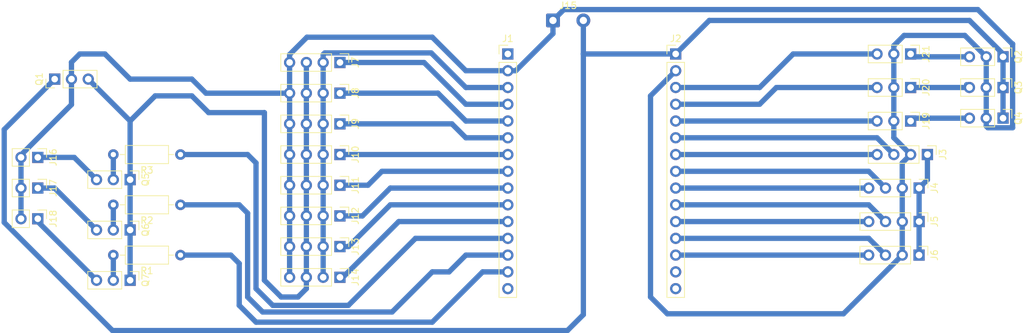
<source format=kicad_pcb>
(kicad_pcb (version 20221018) (generator pcbnew)
  (layers (0 "F.Cu" signal) (31 "B.Cu" signal) (34 "B.Paste" user) (35 "F.Paste" user) (36 "B.SilkS" user "B.Silkscreen") (37 "F.SilkS" user "F.Silkscreen") (38 "B.Mask" user) (39 "F.Mask" user) (44 "Edge.Cuts" user))
  (net 0 "")
  (net 2 "Net-(J1-Pin_2)")
  (net 3 "Net-(J1-Pin_3)")
  (net 4 "Net-(J1-Pin_4)")
  (net 5 "Net-(J1-Pin_5)")
  (net 6 "Net-(J1-Pin_6)")
  (net 7 "Net-(J1-Pin_7)")
  (net 8 "Net-(J1-Pin_8)")
  (net 9 "Net-(J1-Pin_9)")
  (net 10 "Net-(J1-Pin_10)")
  (net 11 "Net-(J1-Pin_11)")
  (net 12 "Net-(J1-Pin_12)")
  (net 13 "Net-(J1-Pin_13)")
  (net 14 "Net-(J1-Pin_14)")
  (net 16 "Net-(J15-Pin_2)")
  (net 17 "Net-(J2-Pin_3)")
  (net 18 "Net-(J2-Pin_4)")
  (net 19 "Net-(J19-Pin_3)")
  (net 20 "Net-(J2-Pin_6)")
  (net 21 "Net-(J2-Pin_7)")
  (net 22 "Net-(J2-Pin_8)")
  (net 23 "Net-(J2-Pin_9)")
  (net 24 "Net-(J2-Pin_10)")
  (net 25 "Net-(J2-Pin_11)")
  (net 26 "Net-(J2-Pin_12)")
  (net 27 "Net-(J2-Pin_13)")
  (net 30 "Net-(J3-Pin_1)")
  (net 31 "Net-(J16-Pin_1)")
  (net 32 "Net-(J17-Pin_1)")
  (net 33 "Net-(J18-Pin_1)")
  (net 34 "Net-(Q5-B)")
  (net 35 "Net-(Q6-B)")
  (net 36 "Net-(Q7-B)")
  (net 37 "Net-(J10-Pin_3)")
  (net 38 "Net-(J21-Pin_1)")
  (net 39 "Net-(J19-Pin_1)")
  (net 40 "Net-(J20-Pin_1)")
  (footprint "Connector_PinHeader_2.54mm:PinHeader_1x04_P2.54mm_Vertical" (layer "F.Cu") (at 88.9 95.23 -90)
    (fp_text reference "J13" (at 0 -2.33 90) (layer "F.SilkS"))
    (fp_text value "Ultra 7")
    (fp_line (start -1.33 -1.33) (end 0 -1.33) (stroke (width 0.12)) (layer "F.SilkS"))
    (fp_line (start -1.33 0) (end -1.33 -1.33) (stroke (width 0.12)) (layer "F.SilkS"))
    (fp_line (start -1.33 1.27) (end -1.33 8.95) (stroke (width 0.12)) (layer "F.SilkS"))
    (fp_line (start -1.33 1.27) (end 1.33 1.27) (stroke (width 0.12)) (layer "F.SilkS"))
    (fp_line (start -1.33 8.95) (end 1.33 8.95) (stroke (width 0.12)) (layer "F.SilkS"))
    (fp_line (start 1.33 1.27) (end 1.33 8.95) (stroke (width 0.12)) (layer "F.SilkS"))
    (pad "1" thru_hole rect (at 0 0 270) (size 1.7 1.7) (drill 1) (layers "*.Cu" "*.Mask") (net 10 "Net-(J1-Pin_10)"))
    (pad "2" thru_hole oval (at 0 2.54 270) (size 1.7 1.7) (drill 1) (layers "*.Cu" "*.Mask") (net 3 "Net-(J1-Pin_3)"))
    (pad "3" thru_hole oval (at 0 5.08 270) (size 1.7 1.7) (drill 1) (layers "*.Cu" "*.Mask") (net 37 "Net-(J10-Pin_3)"))
    (pad "4" thru_hole oval (at 0 7.62 270) (size 1.7 1.7) (drill 1) (layers "*.Cu" "*.Mask") (net 2 "Net-(J1-Pin_2)"))
  )
  (footprint "Connector_PinHeader_2.54mm:PinHeader_1x03_P2.54mm_Vertical" (layer "F.Cu") (at 175.245 71.12 -90)
    (fp_text reference "J20" (at 0 -2.33 90) (layer "F.SilkS"))
    (fp_text value "Servo 2")
    (fp_line (start -1.33 -1.33) (end 0 -1.33) (stroke (width 0.12)) (layer "F.SilkS"))
    (fp_line (start -1.33 0) (end -1.33 -1.33) (stroke (width 0.12)) (layer "F.SilkS"))
    (fp_line (start -1.33 1.27) (end -1.33 6.41) (stroke (width 0.12)) (layer "F.SilkS"))
    (fp_line (start -1.33 1.27) (end 1.33 1.27) (stroke (width 0.12)) (layer "F.SilkS"))
    (fp_line (start -1.33 6.41) (end 1.33 6.41) (stroke (width 0.12)) (layer "F.SilkS"))
    (fp_line (start 1.33 1.27) (end 1.33 6.41) (stroke (width 0.12)) (layer "F.SilkS"))
    (pad "1" thru_hole rect (at 0 0 270) (size 1.7 1.7) (drill 1) (layers "*.Cu" "*.Mask") (net 40 "Net-(J20-Pin_1)"))
    (pad "2" thru_hole oval (at 0 2.54 270) (size 1.7 1.7) (drill 1) (layers "*.Cu" "*.Mask") (net 2 "Net-(J1-Pin_2)"))
    (pad "3" thru_hole oval (at 0 5.08 270) (size 1.7 1.7) (drill 1) (layers "*.Cu" "*.Mask") (net 18 "Net-(J2-Pin_4)"))
  )
  (footprint "Connector_PinHeader_2.54mm:PinHeader_1x03_P2.54mm_Vertical" (layer "F.Cu") (at 57.15 85.09 -90)
    (fp_text reference "Q5" (at 0 -2.33 90) (layer "F.SilkS"))
    (fp_text value "Q_PNP_CBE")
    (fp_line (start -1.33 -1.33) (end 0 -1.33) (stroke (width 0.12)) (layer "F.SilkS"))
    (fp_line (start -1.33 0) (end -1.33 -1.33) (stroke (width 0.12)) (layer "F.SilkS"))
    (fp_line (start -1.33 1.27) (end -1.33 6.41) (stroke (width 0.12)) (layer "F.SilkS"))
    (fp_line (start -1.33 1.27) (end 1.33 1.27) (stroke (width 0.12)) (layer "F.SilkS"))
    (fp_line (start -1.33 6.41) (end 1.33 6.41) (stroke (width 0.12)) (layer "F.SilkS"))
    (fp_line (start 1.33 1.27) (end 1.33 6.41) (stroke (width 0.12)) (layer "F.SilkS"))
    (pad "1" thru_hole rect (at 0 0 270) (size 1.7 1.7) (drill 1) (layers "*.Cu" "*.Mask") (net 37 "Net-(J10-Pin_3)"))
    (pad "2" thru_hole oval (at 0 2.54 270) (size 1.7 1.7) (drill 1) (layers "*.Cu" "*.Mask") (net 34 "Net-(Q5-B)"))
    (pad "3" thru_hole oval (at 0 5.08 270) (size 1.7 1.7) (drill 1) (layers "*.Cu" "*.Mask") (net 31 "Net-(J16-Pin_1)"))
  )
  (footprint "Connector_PinHeader_2.54mm:PinHeader_1x03_P2.54mm_Vertical" (layer "F.Cu") (at 189.23 66.47 -90)
    (fp_text reference "Q2" (at 0 -2.33 90) (layer "F.SilkS"))
    (fp_text value "Q_PNP_CBE")
    (fp_line (start -1.33 -1.33) (end 0 -1.33) (stroke (width 0.12)) (layer "F.SilkS"))
    (fp_line (start -1.33 0) (end -1.33 -1.33) (stroke (width 0.12)) (layer "F.SilkS"))
    (fp_line (start -1.33 1.27) (end -1.33 6.41) (stroke (width 0.12)) (layer "F.SilkS"))
    (fp_line (start -1.33 1.27) (end 1.33 1.27) (stroke (width 0.12)) (layer "F.SilkS"))
    (fp_line (start -1.33 6.41) (end 1.33 6.41) (stroke (width 0.12)) (layer "F.SilkS"))
    (fp_line (start 1.33 1.27) (end 1.33 6.41) (stroke (width 0.12)) (layer "F.SilkS"))
    (pad "1" thru_hole rect (at 0 0 270) (size 1.7 1.7) (drill 1) (layers "*.Cu" "*.Mask") (net 16 "Net-(J15-Pin_2)"))
    (pad "2" thru_hole oval (at 0 2.54 270) (size 1.7 1.7) (drill 1) (layers "*.Cu" "*.Mask") (net 2 "Net-(J1-Pin_2)"))
    (pad "3" thru_hole oval (at 0 5.08 270) (size 1.7 1.7) (drill 1) (layers "*.Cu" "*.Mask") (net 38 "Net-(J21-Pin_1)"))
  )
  (footprint "Connector_PinHeader_2.54mm:PinHeader_1x02_P2.54mm_Vertical" (layer "F.Cu") (at 43.18 81.71 -90)
    (fp_text reference "J16" (at 0 -2.33 90) (layer "F.SilkS"))
    (fp_text value "LED1 Out")
    (fp_line (start -1.33 -1.33) (end 0 -1.33) (stroke (width 0.12)) (layer "F.SilkS"))
    (fp_line (start -1.33 0) (end -1.33 -1.33) (stroke (width 0.12)) (layer "F.SilkS"))
    (fp_line (start -1.33 1.27) (end -1.33 3.87) (stroke (width 0.12)) (layer "F.SilkS"))
    (fp_line (start -1.33 1.27) (end 1.33 1.27) (stroke (width 0.12)) (layer "F.SilkS"))
    (fp_line (start -1.33 3.87) (end 1.33 3.87) (stroke (width 0.12)) (layer "F.SilkS"))
    (fp_line (start 1.33 1.27) (end 1.33 3.87) (stroke (width 0.12)) (layer "F.SilkS"))
    (pad "1" thru_hole rect (at 0 0 270) (size 1.7 1.7) (drill 1) (layers "*.Cu" "*.Mask") (net 31 "Net-(J16-Pin_1)"))
    (pad "2" thru_hole oval (at 0 2.54 270) (size 1.7 1.7) (drill 1) (layers "*.Cu" "*.Mask") (net 2 "Net-(J1-Pin_2)"))
  )
  (footprint "Connector_Wire:SolderWire-0.5sqmm_1x02_P4.6mm_D0.9mm_OD2.1mm" (layer "F.Cu") (at 121.13 60.96)
    (fp_text reference "J15" (at 2.3 -2.25) (layer "F.SilkS"))
    (fp_text value "Battery")
    (pad "1" thru_hole roundrect (at 0 0) (size 2.1 2.1) (drill 1.1) (layers "*.Cu" "*.Mask") (roundrect_rratio 0.119048) (net 2 "Net-(J1-Pin_2)"))
    (pad "2" thru_hole circle (at 4.6 0) (size 2.1 2.1) (drill 1.1) (layers "*.Cu" "*.Mask") (net 16 "Net-(J15-Pin_2)"))
  )
  (footprint "Connector_PinHeader_2.54mm:PinHeader_1x15_P2.54mm_Vertical" (layer "F.Cu") (at 139.7 66.04)
    (fp_text reference "J2" (at 0 -2.33) (layer "F.SilkS"))
    (fp_text value "ESP 32 R")
    (fp_line (start -1.33 -1.33) (end 0 -1.33) (stroke (width 0.12)) (layer "F.SilkS"))
    (fp_line (start -1.33 0) (end -1.33 -1.33) (stroke (width 0.12)) (layer "F.SilkS"))
    (fp_line (start -1.33 1.27) (end -1.33 36.89) (stroke (width 0.12)) (layer "F.SilkS"))
    (fp_line (start -1.33 1.27) (end 1.33 1.27) (stroke (width 0.12)) (layer "F.SilkS"))
    (fp_line (start -1.33 36.89) (end 1.33 36.89) (stroke (width 0.12)) (layer "F.SilkS"))
    (fp_line (start 1.33 1.27) (end 1.33 36.89) (stroke (width 0.12)) (layer "F.SilkS"))
    (pad "1" thru_hole rect (at 0 0) (size 1.7 1.7) (drill 1) (layers "*.Cu" "*.Mask") (net 16 "Net-(J15-Pin_2)"))
    (pad "2" thru_hole oval (at 0 2.54) (size 1.7 1.7) (drill 1) (layers "*.Cu" "*.Mask") (net 2 "Net-(J1-Pin_2)"))
    (pad "3" thru_hole oval (at 0 5.08) (size 1.7 1.7) (drill 1) (layers "*.Cu" "*.Mask") (net 17 "Net-(J2-Pin_3)"))
    (pad "4" thru_hole oval (at 0 7.62) (size 1.7 1.7) (drill 1) (layers "*.Cu" "*.Mask") (net 18 "Net-(J2-Pin_4)"))
    (pad "5" thru_hole oval (at 0 10.16) (size 1.7 1.7) (drill 1) (layers "*.Cu" "*.Mask") (net 19 "Net-(J19-Pin_3)"))
    (pad "6" thru_hole oval (at 0 12.7) (size 1.7 1.7) (drill 1) (layers "*.Cu" "*.Mask") (net 20 "Net-(J2-Pin_6)"))
    (pad "7" thru_hole oval (at 0 15.24) (size 1.7 1.7) (drill 1) (layers "*.Cu" "*.Mask") (net 21 "Net-(J2-Pin_7)"))
    (pad "8" thru_hole oval (at 0 17.78) (size 1.7 1.7) (drill 1) (layers "*.Cu" "*.Mask") (net 22 "Net-(J2-Pin_8)"))
    (pad "9" thru_hole oval (at 0 20.32) (size 1.7 1.7) (drill 1) (layers "*.Cu" "*.Mask") (net 23 "Net-(J2-Pin_9)"))
    (pad "10" thru_hole oval (at 0 22.86) (size 1.7 1.7) (drill 1) (layers "*.Cu" "*.Mask") (net 24 "Net-(J2-Pin_10)"))
    (pad "11" thru_hole oval (at 0 25.4) (size 1.7 1.7) (drill 1) (layers "*.Cu" "*.Mask") (net 25 "Net-(J2-Pin_11)"))
    (pad "12" thru_hole oval (at 0 27.94) (size 1.7 1.7) (drill 1) (layers "*.Cu" "*.Mask") (net 26 "Net-(J2-Pin_12)"))
    (pad "13" thru_hole oval (at 0 30.48) (size 1.7 1.7) (drill 1) (layers "*.Cu" "*.Mask") (net 27 "Net-(J2-Pin_13)"))
    (pad "14" thru_hole oval (at 0 33.02) (size 1.7 1.7) (drill 1) (layers "*.Cu" "*.Mask"))
    (pad "15" thru_hole oval (at 0 35.56) (size 1.7 1.7) (drill 1) (layers "*.Cu" "*.Mask"))
  )
  (footprint "Resistor_THT:R_Axial_DIN0207_L6.3mm_D2.5mm_P10.16mm_Horizontal" (layer "F.Cu") (at 64.77 96.52 180)
    (fp_text reference "R1" (at 5.08 -2.37) (layer "F.SilkS"))
    (fp_text value "R")
    (fp_line (start 1.04 0) (end 1.81 0) (stroke (width 0.12)) (layer "F.SilkS"))
    (fp_line (start 1.81 -1.37) (end 1.81 1.37) (stroke (width 0.12)) (layer "F.SilkS"))
    (fp_line (start 1.81 1.37) (end 8.35 1.37) (stroke (width 0.12)) (layer "F.SilkS"))
    (fp_line (start 8.35 -1.37) (end 1.81 -1.37) (stroke (width 0.12)) (layer "F.SilkS"))
    (fp_line (start 8.35 1.37) (end 8.35 -1.37) (stroke (width 0.12)) (layer "F.SilkS"))
    (fp_line (start 9.12 0) (end 8.35 0) (stroke (width 0.12)) (layer "F.SilkS"))
    (pad "1" thru_hole circle (at 0 0 180) (size 1.6 1.6) (drill 0.8) (layers "*.Cu" "*.Mask") (net 14 "Net-(J1-Pin_14)"))
    (pad "2" thru_hole oval (at 10.16 0 180) (size 1.6 1.6) (drill 0.8) (layers "*.Cu" "*.Mask") (net 36 "Net-(Q7-B)"))
  )
  (footprint "Connector_PinHeader_2.54mm:PinHeader_1x04_P2.54mm_Vertical" (layer "F.Cu") (at 88.9 85.93 -90)
    (fp_text reference "J11" (at 0 -2.33 90) (layer "F.SilkS"))
    (fp_text value "Ultra 5")
    (fp_line (start -1.33 -1.33) (end 0 -1.33) (stroke (width 0.12)) (layer "F.SilkS"))
    (fp_line (start -1.33 0) (end -1.33 -1.33) (stroke (width 0.12)) (layer "F.SilkS"))
    (fp_line (start -1.33 1.27) (end -1.33 8.95) (stroke (width 0.12)) (layer "F.SilkS"))
    (fp_line (start -1.33 1.27) (end 1.33 1.27) (stroke (width 0.12)) (layer "F.SilkS"))
    (fp_line (start -1.33 8.95) (end 1.33 8.95) (stroke (width 0.12)) (layer "F.SilkS"))
    (fp_line (start 1.33 1.27) (end 1.33 8.95) (stroke (width 0.12)) (layer "F.SilkS"))
    (pad "1" thru_hole rect (at 0 0 270) (size 1.7 1.7) (drill 1) (layers "*.Cu" "*.Mask") (net 8 "Net-(J1-Pin_8)"))
    (pad "2" thru_hole oval (at 0 2.54 270) (size 1.7 1.7) (drill 1) (layers "*.Cu" "*.Mask") (net 3 "Net-(J1-Pin_3)"))
    (pad "3" thru_hole oval (at 0 5.08 270) (size 1.7 1.7) (drill 1) (layers "*.Cu" "*.Mask") (net 37 "Net-(J10-Pin_3)"))
    (pad "4" thru_hole oval (at 0 7.62 270) (size 1.7 1.7) (drill 1) (layers "*.Cu" "*.Mask") (net 2 "Net-(J1-Pin_2)"))
  )
  (footprint "Connector_PinHeader_2.54mm:PinHeader_1x02_P2.54mm_Vertical" (layer "F.Cu") (at 43.18 86.36 -90)
    (fp_text reference "J17" (at 0 -2.33 90) (layer "F.SilkS"))
    (fp_text value "LED3 Out")
    (fp_line (start -1.33 -1.33) (end 0 -1.33) (stroke (width 0.12)) (layer "F.SilkS"))
    (fp_line (start -1.33 0) (end -1.33 -1.33) (stroke (width 0.12)) (layer "F.SilkS"))
    (fp_line (start -1.33 1.27) (end -1.33 3.87) (stroke (width 0.12)) (layer "F.SilkS"))
    (fp_line (start -1.33 1.27) (end 1.33 1.27) (stroke (width 0.12)) (layer "F.SilkS"))
    (fp_line (start -1.33 3.87) (end 1.33 3.87) (stroke (width 0.12)) (layer "F.SilkS"))
    (fp_line (start 1.33 1.27) (end 1.33 3.87) (stroke (width 0.12)) (layer "F.SilkS"))
    (pad "1" thru_hole rect (at 0 0 270) (size 1.7 1.7) (drill 1) (layers "*.Cu" "*.Mask") (net 32 "Net-(J17-Pin_1)"))
    (pad "2" thru_hole oval (at 0 2.54 270) (size 1.7 1.7) (drill 1) (layers "*.Cu" "*.Mask") (net 2 "Net-(J1-Pin_2)"))
  )
  (footprint "Connector_PinHeader_2.54mm:PinHeader_1x03_P2.54mm_Vertical" (layer "F.Cu") (at 189.23 75.77 -90)
    (fp_text reference "Q4" (at 0 -2.33 90) (layer "F.SilkS"))
    (fp_text value "Q_PNP_CBE")
    (fp_line (start -1.33 -1.33) (end 0 -1.33) (stroke (width 0.12)) (layer "F.SilkS"))
    (fp_line (start -1.33 0) (end -1.33 -1.33) (stroke (width 0.12)) (layer "F.SilkS"))
    (fp_line (start -1.33 1.27) (end -1.33 6.41) (stroke (width 0.12)) (layer "F.SilkS"))
    (fp_line (start -1.33 1.27) (end 1.33 1.27) (stroke (width 0.12)) (layer "F.SilkS"))
    (fp_line (start -1.33 6.41) (end 1.33 6.41) (stroke (width 0.12)) (layer "F.SilkS"))
    (fp_line (start 1.33 1.27) (end 1.33 6.41) (stroke (width 0.12)) (layer "F.SilkS"))
    (pad "1" thru_hole rect (at 0 0 270) (size 1.7 1.7) (drill 1) (layers "*.Cu" "*.Mask") (net 16 "Net-(J15-Pin_2)"))
    (pad "2" thru_hole oval (at 0 2.54 270) (size 1.7 1.7) (drill 1) (layers "*.Cu" "*.Mask") (net 2 "Net-(J1-Pin_2)"))
    (pad "3" thru_hole oval (at 0 5.08 270) (size 1.7 1.7) (drill 1) (layers "*.Cu" "*.Mask") (net 39 "Net-(J19-Pin_1)"))
  )
  (footprint "Connector_PinHeader_2.54mm:PinHeader_1x04_P2.54mm_Vertical" (layer "F.Cu") (at 176.52 96.52 -90)
    (fp_text reference "J6" (at 0 -2.33 90) (layer "F.SilkS"))
    (fp_text value "Motor 4")
    (fp_line (start -1.33 -1.33) (end 0 -1.33) (stroke (width 0.12)) (layer "F.SilkS"))
    (fp_line (start -1.33 0) (end -1.33 -1.33) (stroke (width 0.12)) (layer "F.SilkS"))
    (fp_line (start -1.33 1.27) (end -1.33 8.95) (stroke (width 0.12)) (layer "F.SilkS"))
    (fp_line (start -1.33 1.27) (end 1.33 1.27) (stroke (width 0.12)) (layer "F.SilkS"))
    (fp_line (start -1.33 8.95) (end 1.33 8.95) (stroke (width 0.12)) (layer "F.SilkS"))
    (fp_line (start 1.33 1.27) (end 1.33 8.95) (stroke (width 0.12)) (layer "F.SilkS"))
    (pad "1" thru_hole rect (at 0 0 270) (size 1.7 1.7) (drill 1) (layers "*.Cu" "*.Mask") (net 30 "Net-(J3-Pin_1)"))
    (pad "2" thru_hole oval (at 0 2.54 270) (size 1.7 1.7) (drill 1) (layers "*.Cu" "*.Mask") (net 2 "Net-(J1-Pin_2)"))
    (pad "3" thru_hole oval (at 0 5.08 270) (size 1.7 1.7) (drill 1) (layers "*.Cu" "*.Mask") (net 26 "Net-(J2-Pin_12)"))
    (pad "4" thru_hole oval (at 0 7.62 270) (size 1.7 1.7) (drill 1) (layers "*.Cu" "*.Mask") (net 27 "Net-(J2-Pin_13)"))
  )
  (footprint "Connector_PinHeader_2.54mm:PinHeader_1x04_P2.54mm_Vertical" (layer "F.Cu") (at 88.9 99.88 -90)
    (fp_text reference "J14" (at 0 -2.33 90) (layer "F.SilkS"))
    (fp_text value "Ultra 8")
    (fp_line (start -1.33 -1.33) (end 0 -1.33) (stroke (width 0.12)) (layer "F.SilkS"))
    (fp_line (start -1.33 0) (end -1.33 -1.33) (stroke (width 0.12)) (layer "F.SilkS"))
    (fp_line (start -1.33 1.27) (end -1.33 8.95) (stroke (width 0.12)) (layer "F.SilkS"))
    (fp_line (start -1.33 1.27) (end 1.33 1.27) (stroke (width 0.12)) (layer "F.SilkS"))
    (fp_line (start -1.33 8.95) (end 1.33 8.95) (stroke (width 0.12)) (layer "F.SilkS"))
    (fp_line (start 1.33 1.27) (end 1.33 8.95) (stroke (width 0.12)) (layer "F.SilkS"))
    (pad "1" thru_hole rect (at 0 0 270) (size 1.7 1.7) (drill 1) (layers "*.Cu" "*.Mask") (net 11 "Net-(J1-Pin_11)"))
    (pad "2" thru_hole oval (at 0 2.54 270) (size 1.7 1.7) (drill 1) (layers "*.Cu" "*.Mask") (net 3 "Net-(J1-Pin_3)"))
    (pad "3" thru_hole oval (at 0 5.08 270) (size 1.7 1.7) (drill 1) (layers "*.Cu" "*.Mask") (net 37 "Net-(J10-Pin_3)"))
    (pad "4" thru_hole oval (at 0 7.62 270) (size 1.7 1.7) (drill 1) (layers "*.Cu" "*.Mask") (net 2 "Net-(J1-Pin_2)"))
  )
  (footprint "Connector_PinHeader_2.54mm:PinHeader_1x03_P2.54mm_Vertical" (layer "F.Cu") (at 189.23 71.12 -90)
    (fp_text reference "Q3" (at 0 -2.33 90) (layer "F.SilkS"))
    (fp_text value "Q_PNP_CBE")
    (fp_line (start -1.33 -1.33) (end 0 -1.33) (stroke (width 0.12)) (layer "F.SilkS"))
    (fp_line (start -1.33 0) (end -1.33 -1.33) (stroke (width 0.12)) (layer "F.SilkS"))
    (fp_line (start -1.33 1.27) (end -1.33 6.41) (stroke (width 0.12)) (layer "F.SilkS"))
    (fp_line (start -1.33 1.27) (end 1.33 1.27) (stroke (width 0.12)) (layer "F.SilkS"))
    (fp_line (start -1.33 6.41) (end 1.33 6.41) (stroke (width 0.12)) (layer "F.SilkS"))
    (fp_line (start 1.33 1.27) (end 1.33 6.41) (stroke (width 0.12)) (layer "F.SilkS"))
    (pad "1" thru_hole rect (at 0 0 270) (size 1.7 1.7) (drill 1) (layers "*.Cu" "*.Mask") (net 16 "Net-(J15-Pin_2)"))
    (pad "2" thru_hole oval (at 0 2.54 270) (size 1.7 1.7) (drill 1) (layers "*.Cu" "*.Mask") (net 2 "Net-(J1-Pin_2)"))
    (pad "3" thru_hole oval (at 0 5.08 270) (size 1.7 1.7) (drill 1) (layers "*.Cu" "*.Mask") (net 40 "Net-(J20-Pin_1)"))
  )
  (footprint "Connector_PinHeader_2.54mm:PinHeader_1x03_P2.54mm_Vertical" (layer "F.Cu") (at 175.245 76.2 -90)
    (fp_text reference "J19" (at 0 -2.33 90) (layer "F.SilkS"))
    (fp_text value "Servo 3")
    (fp_line (start -1.33 -1.33) (end 0 -1.33) (stroke (width 0.12)) (layer "F.SilkS"))
    (fp_line (start -1.33 0) (end -1.33 -1.33) (stroke (width 0.12)) (layer "F.SilkS"))
    (fp_line (start -1.33 1.27) (end -1.33 6.41) (stroke (width 0.12)) (layer "F.SilkS"))
    (fp_line (start -1.33 1.27) (end 1.33 1.27) (stroke (width 0.12)) (layer "F.SilkS"))
    (fp_line (start -1.33 6.41) (end 1.33 6.41) (stroke (width 0.12)) (layer "F.SilkS"))
    (fp_line (start 1.33 1.27) (end 1.33 6.41) (stroke (width 0.12)) (layer "F.SilkS"))
    (pad "1" thru_hole rect (at 0 0 270) (size 1.7 1.7) (drill 1) (layers "*.Cu" "*.Mask") (net 39 "Net-(J19-Pin_1)"))
    (pad "2" thru_hole oval (at 0 2.54 270) (size 1.7 1.7) (drill 1) (layers "*.Cu" "*.Mask") (net 2 "Net-(J1-Pin_2)"))
    (pad "3" thru_hole oval (at 0 5.08 270) (size 1.7 1.7) (drill 1) (layers "*.Cu" "*.Mask") (net 19 "Net-(J19-Pin_3)"))
  )
  (footprint "Connector_PinHeader_2.54mm:PinHeader_1x04_P2.54mm_Vertical" (layer "F.Cu") (at 176.53 91.44 -90)
    (fp_text reference "J5" (at 0 -2.33 90) (layer "F.SilkS"))
    (fp_text value "Motor 3")
    (fp_line (start -1.33 -1.33) (end 0 -1.33) (stroke (width 0.12)) (layer "F.SilkS"))
    (fp_line (start -1.33 0) (end -1.33 -1.33) (stroke (width 0.12)) (layer "F.SilkS"))
    (fp_line (start -1.33 1.27) (end -1.33 8.95) (stroke (width 0.12)) (layer "F.SilkS"))
    (fp_line (start -1.33 1.27) (end 1.33 1.27) (stroke (width 0.12)) (layer "F.SilkS"))
    (fp_line (start -1.33 8.95) (end 1.33 8.95) (stroke (width 0.12)) (layer "F.SilkS"))
    (fp_line (start 1.33 1.27) (end 1.33 8.95) (stroke (width 0.12)) (layer "F.SilkS"))
    (pad "1" thru_hole rect (at 0 0 270) (size 1.7 1.7) (drill 1) (layers "*.Cu" "*.Mask") (net 30 "Net-(J3-Pin_1)"))
    (pad "2" thru_hole oval (at 0 2.54 270) (size 1.7 1.7) (drill 1) (layers "*.Cu" "*.Mask") (net 2 "Net-(J1-Pin_2)"))
    (pad "3" thru_hole oval (at 0 5.08 270) (size 1.7 1.7) (drill 1) (layers "*.Cu" "*.Mask") (net 24 "Net-(J2-Pin_10)"))
    (pad "4" thru_hole oval (at 0 7.62 270) (size 1.7 1.7) (drill 1) (layers "*.Cu" "*.Mask") (net 25 "Net-(J2-Pin_11)"))
  )
  (footprint "Connector_PinHeader_2.54mm:PinHeader_1x04_P2.54mm_Vertical" (layer "F.Cu") (at 88.9 81.28 -90)
    (fp_text reference "J10" (at 0 -2.33 90) (layer "F.SilkS"))
    (fp_text value "Ultra 4")
    (fp_line (start -1.33 -1.33) (end 0 -1.33) (stroke (width 0.12)) (layer "F.SilkS"))
    (fp_line (start -1.33 0) (end -1.33 -1.33) (stroke (width 0.12)) (layer "F.SilkS"))
    (fp_line (start -1.33 1.27) (end -1.33 8.95) (stroke (width 0.12)) (layer "F.SilkS"))
    (fp_line (start -1.33 1.27) (end 1.33 1.27) (stroke (width 0.12)) (layer "F.SilkS"))
    (fp_line (start -1.33 8.95) (end 1.33 8.95) (stroke (width 0.12)) (layer "F.SilkS"))
    (fp_line (start 1.33 1.27) (end 1.33 8.95) (stroke (width 0.12)) (layer "F.SilkS"))
    (pad "1" thru_hole rect (at 0 0 270) (size 1.7 1.7) (drill 1) (layers "*.Cu" "*.Mask") (net 7 "Net-(J1-Pin_7)"))
    (pad "2" thru_hole oval (at 0 2.54 270) (size 1.7 1.7) (drill 1) (layers "*.Cu" "*.Mask") (net 3 "Net-(J1-Pin_3)"))
    (pad "3" thru_hole oval (at 0 5.08 270) (size 1.7 1.7) (drill 1) (layers "*.Cu" "*.Mask") (net 37 "Net-(J10-Pin_3)"))
    (pad "4" thru_hole oval (at 0 7.62 270) (size 1.7 1.7) (drill 1) (layers "*.Cu" "*.Mask") (net 2 "Net-(J1-Pin_2)"))
  )
  (footprint "Resistor_THT:R_Axial_DIN0207_L6.3mm_D2.5mm_P10.16mm_Horizontal" (layer "F.Cu") (at 64.77 81.28 180)
    (fp_text reference "R3" (at 5.08 -2.37) (layer "F.SilkS"))
    (fp_text value "R")
    (fp_line (start 1.04 0) (end 1.81 0) (stroke (width 0.12)) (layer "F.SilkS"))
    (fp_line (start 1.81 -1.37) (end 1.81 1.37) (stroke (width 0.12)) (layer "F.SilkS"))
    (fp_line (start 1.81 1.37) (end 8.35 1.37) (stroke (width 0.12)) (layer "F.SilkS"))
    (fp_line (start 8.35 -1.37) (end 1.81 -1.37) (stroke (width 0.12)) (layer "F.SilkS"))
    (fp_line (start 8.35 1.37) (end 8.35 -1.37) (stroke (width 0.12)) (layer "F.SilkS"))
    (fp_line (start 9.12 0) (end 8.35 0) (stroke (width 0.12)) (layer "F.SilkS"))
    (pad "1" thru_hole circle (at 0 0 180) (size 1.6 1.6) (drill 0.8) (layers "*.Cu" "*.Mask") (net 12 "Net-(J1-Pin_12)"))
    (pad "2" thru_hole oval (at 10.16 0 180) (size 1.6 1.6) (drill 0.8) (layers "*.Cu" "*.Mask") (net 34 "Net-(Q5-B)"))
  )
  (footprint "Connector_PinHeader_2.54mm:PinHeader_1x04_P2.54mm_Vertical" (layer "F.Cu") (at 176.53 86.36 -90)
    (fp_text reference "J4" (at 0 -2.33 90) (layer "F.SilkS"))
    (fp_text value "Motor 2")
    (fp_line (start -1.33 -1.33) (end 0 -1.33) (stroke (width 0.12)) (layer "F.SilkS"))
    (fp_line (start -1.33 0) (end -1.33 -1.33) (stroke (width 0.12)) (layer "F.SilkS"))
    (fp_line (start -1.33 1.27) (end -1.33 8.95) (stroke (width 0.12)) (layer "F.SilkS"))
    (fp_line (start -1.33 1.27) (end 1.33 1.27) (stroke (width 0.12)) (layer "F.SilkS"))
    (fp_line (start -1.33 8.95) (end 1.33 8.95) (stroke (width 0.12)) (layer "F.SilkS"))
    (fp_line (start 1.33 1.27) (end 1.33 8.95) (stroke (width 0.12)) (layer "F.SilkS"))
    (pad "1" thru_hole rect (at 0 0 270) (size 1.7 1.7) (drill 1) (layers "*.Cu" "*.Mask") (net 30 "Net-(J3-Pin_1)"))
    (pad "2" thru_hole oval (at 0 2.54 270) (size 1.7 1.7) (drill 1) (layers "*.Cu" "*.Mask") (net 2 "Net-(J1-Pin_2)"))
    (pad "3" thru_hole oval (at 0 5.08 270) (size 1.7 1.7) (drill 1) (layers "*.Cu" "*.Mask") (net 22 "Net-(J2-Pin_8)"))
    (pad "4" thru_hole oval (at 0 7.62 270) (size 1.7 1.7) (drill 1) (layers "*.Cu" "*.Mask") (net 23 "Net-(J2-Pin_9)"))
  )
  (footprint "Resistor_THT:R_Axial_DIN0207_L6.3mm_D2.5mm_P10.16mm_Horizontal" (layer "F.Cu") (at 64.77 88.9 180)
    (fp_text reference "R2" (at 5.08 -2.37) (layer "F.SilkS"))
    (fp_text value "R")
    (fp_line (start 1.04 0) (end 1.81 0) (stroke (width 0.12)) (layer "F.SilkS"))
    (fp_line (start 1.81 -1.37) (end 1.81 1.37) (stroke (width 0.12)) (layer "F.SilkS"))
    (fp_line (start 1.81 1.37) (end 8.35 1.37) (stroke (width 0.12)) (layer "F.SilkS"))
    (fp_line (start 8.35 -1.37) (end 1.81 -1.37) (stroke (width 0.12)) (layer "F.SilkS"))
    (fp_line (start 8.35 1.37) (end 8.35 -1.37) (stroke (width 0.12)) (layer "F.SilkS"))
    (fp_line (start 9.12 0) (end 8.35 0) (stroke (width 0.12)) (layer "F.SilkS"))
    (pad "1" thru_hole circle (at 0 0 180) (size 1.6 1.6) (drill 0.8) (layers "*.Cu" "*.Mask") (net 13 "Net-(J1-Pin_13)"))
    (pad "2" thru_hole oval (at 10.16 0 180) (size 1.6 1.6) (drill 0.8) (layers "*.Cu" "*.Mask") (net 35 "Net-(Q6-B)"))
  )
  (footprint "Connector_PinHeader_2.54mm:PinHeader_1x02_P2.54mm_Vertical" (layer "F.Cu") (at 43.18 91.01 -90)
    (fp_text reference "J18" (at 0 -2.33 90) (layer "F.SilkS"))
    (fp_text value "LED3 Out")
    (fp_line (start -1.33 -1.33) (end 0 -1.33) (stroke (width 0.12)) (layer "F.SilkS"))
    (fp_line (start -1.33 0) (end -1.33 -1.33) (stroke (width 0.12)) (layer "F.SilkS"))
    (fp_line (start -1.33 1.27) (end -1.33 3.87) (stroke (width 0.12)) (layer "F.SilkS"))
    (fp_line (start -1.33 1.27) (end 1.33 1.27) (stroke (width 0.12)) (layer "F.SilkS"))
    (fp_line (start -1.33 3.87) (end 1.33 3.87) (stroke (width 0.12)) (layer "F.SilkS"))
    (fp_line (start 1.33 1.27) (end 1.33 3.87) (stroke (width 0.12)) (layer "F.SilkS"))
    (pad "1" thru_hole rect (at 0 0 270) (size 1.7 1.7) (drill 1) (layers "*.Cu" "*.Mask") (net 33 "Net-(J18-Pin_1)"))
    (pad "2" thru_hole oval (at 0 2.54 270) (size 1.7 1.7) (drill 1) (layers "*.Cu" "*.Mask") (net 2 "Net-(J1-Pin_2)"))
  )
  (footprint "Connector_PinHeader_2.54mm:PinHeader_1x04_P2.54mm_Vertical" (layer "F.Cu") (at 177.79 81.28 -90)
    (fp_text reference "J3" (at 0 -2.33 90) (layer "F.SilkS"))
    (fp_text value "Motor 1")
    (fp_line (start -1.33 -1.33) (end 0 -1.33) (stroke (width 0.12)) (layer "F.SilkS"))
    (fp_line (start -1.33 0) (end -1.33 -1.33) (stroke (width 0.12)) (layer "F.SilkS"))
    (fp_line (start -1.33 1.27) (end -1.33 8.95) (stroke (width 0.12)) (layer "F.SilkS"))
    (fp_line (start -1.33 1.27) (end 1.33 1.27) (stroke (width 0.12)) (layer "F.SilkS"))
    (fp_line (start -1.33 8.95) (end 1.33 8.95) (stroke (width 0.12)) (layer "F.SilkS"))
    (fp_line (start 1.33 1.27) (end 1.33 8.95) (stroke (width 0.12)) (layer "F.SilkS"))
    (pad "1" thru_hole rect (at 0 0 270) (size 1.7 1.7) (drill 1) (layers "*.Cu" "*.Mask") (net 30 "Net-(J3-Pin_1)"))
    (pad "2" thru_hole oval (at 0 2.54 270) (size 1.7 1.7) (drill 1) (layers "*.Cu" "*.Mask") (net 2 "Net-(J1-Pin_2)"))
    (pad "3" thru_hole oval (at 0 5.08 270) (size 1.7 1.7) (drill 1) (layers "*.Cu" "*.Mask") (net 20 "Net-(J2-Pin_6)"))
    (pad "4" thru_hole oval (at 0 7.62 270) (size 1.7 1.7) (drill 1) (layers "*.Cu" "*.Mask") (net 21 "Net-(J2-Pin_7)"))
  )
  (footprint "Connector_PinHeader_2.54mm:PinHeader_1x03_P2.54mm_Vertical" (layer "F.Cu") (at 45.735 69.85 90)
    (fp_text reference "Q1" (at 0 -2.33 90) (layer "F.SilkS"))
    (fp_text value "Q_PNP_CBE")
    (fp_line (start -1.33 -1.33) (end 0 -1.33) (stroke (width 0.12)) (layer "F.SilkS"))
    (fp_line (start -1.33 0) (end -1.33 -1.33) (stroke (width 0.12)) (layer "F.SilkS"))
    (fp_line (start -1.33 1.27) (end -1.33 6.41) (stroke (width 0.12)) (layer "F.SilkS"))
    (fp_line (start -1.33 1.27) (end 1.33 1.27) (stroke (width 0.12)) (layer "F.SilkS"))
    (fp_line (start -1.33 6.41) (end 1.33 6.41) (stroke (width 0.12)) (layer "F.SilkS"))
    (fp_line (start 1.33 1.27) (end 1.33 6.41) (stroke (width 0.12)) (layer "F.SilkS"))
    (pad "1" thru_hole rect (at 0 0 90) (size 1.7 1.7) (drill 1) (layers "*.Cu" "*.Mask") (net 16 "Net-(J15-Pin_2)"))
    (pad "2" thru_hole oval (at 0 2.54 90) (size 1.7 1.7) (drill 1) (layers "*.Cu" "*.Mask") (net 2 "Net-(J1-Pin_2)"))
    (pad "3" thru_hole oval (at 0 5.08 90) (size 1.7 1.7) (drill 1) (layers "*.Cu" "*.Mask") (net 37 "Net-(J10-Pin_3)"))
  )
  (footprint "Connector_PinHeader_2.54mm:PinHeader_1x04_P2.54mm_Vertical" (layer "F.Cu") (at 88.9 76.63 -90)
    (fp_text reference "J9" (at 0 -2.33 90) (layer "F.SilkS"))
    (fp_text value "Ultra 3")
    (fp_line (start -1.33 -1.33) (end 0 -1.33) (stroke (width 0.12)) (layer "F.SilkS"))
    (fp_line (start -1.33 0) (end -1.33 -1.33) (stroke (width 0.12)) (layer "F.SilkS"))
    (fp_line (start -1.33 1.27) (end -1.33 8.95) (stroke (width 0.12)) (layer "F.SilkS"))
    (fp_line (start -1.33 1.27) (end 1.33 1.27) (stroke (width 0.12)) (layer "F.SilkS"))
    (fp_line (start -1.33 8.95) (end 1.33 8.95) (stroke (width 0.12)) (layer "F.SilkS"))
    (fp_line (start 1.33 1.27) (end 1.33 8.95) (stroke (width 0.12)) (layer "F.SilkS"))
    (pad "1" thru_hole rect (at 0 0 270) (size 1.7 1.7) (drill 1) (layers "*.Cu" "*.Mask") (net 6 "Net-(J1-Pin_6)"))
    (pad "2" thru_hole oval (at 0 2.54 270) (size 1.7 1.7) (drill 1) (layers "*.Cu" "*.Mask") (net 3 "Net-(J1-Pin_3)"))
    (pad "3" thru_hole oval (at 0 5.08 270) (size 1.7 1.7) (drill 1) (layers "*.Cu" "*.Mask") (net 37 "Net-(J10-Pin_3)"))
    (pad "4" thru_hole oval (at 0 7.62 270) (size 1.7 1.7) (drill 1) (layers "*.Cu" "*.Mask") (net 2 "Net-(J1-Pin_2)"))
  )
  (footprint "Connector_PinHeader_2.54mm:PinHeader_1x04_P2.54mm_Vertical" (layer "F.Cu") (at 88.9 90.58 -90)
    (fp_text reference "J12" (at 0 -2.33 90) (layer "F.SilkS"))
    (fp_text value "Ultra 6")
    (fp_line (start -1.33 -1.33) (end 0 -1.33) (stroke (width 0.12)) (layer "F.SilkS"))
    (fp_line (start -1.33 0) (end -1.33 -1.33) (stroke (width 0.12)) (layer "F.SilkS"))
    (fp_line (start -1.33 1.27) (end -1.33 8.95) (stroke (width 0.12)) (layer "F.SilkS"))
    (fp_line (start -1.33 1.27) (end 1.33 1.27) (stroke (width 0.12)) (layer "F.SilkS"))
    (fp_line (start -1.33 8.95) (end 1.33 8.95) (stroke (width 0.12)) (layer "F.SilkS"))
    (fp_line (start 1.33 1.27) (end 1.33 8.95) (stroke (width 0.12)) (layer "F.SilkS"))
    (pad "1" thru_hole rect (at 0 0 270) (size 1.7 1.7) (drill 1) (layers "*.Cu" "*.Mask") (net 9 "Net-(J1-Pin_9)"))
    (pad "2" thru_hole oval (at 0 2.54 270) (size 1.7 1.7) (drill 1) (layers "*.Cu" "*.Mask") (net 3 "Net-(J1-Pin_3)"))
    (pad "3" thru_hole oval (at 0 5.08 270) (size 1.7 1.7) (drill 1) (layers "*.Cu" "*.Mask") (net 37 "Net-(J10-Pin_3)"))
    (pad "4" thru_hole oval (at 0 7.62 270) (size 1.7 1.7) (drill 1) (layers "*.Cu" "*.Mask") (net 2 "Net-(J1-Pin_2)"))
  )
  (footprint "Connector_PinHeader_2.54mm:PinHeader_1x15_P2.54mm_Vertical" (layer "F.Cu") (at 114.3 66.04)
    (fp_text reference "J1" (at 0 -2.33) (layer "F.SilkS"))
    (fp_text value "ESP 32 L")
    (fp_line (start -1.33 -1.33) (end 0 -1.33) (stroke (width 0.12)) (layer "F.SilkS"))
    (fp_line (start -1.33 0) (end -1.33 -1.33) (stroke (width 0.12)) (layer "F.SilkS"))
    (fp_line (start -1.33 1.27) (end -1.33 36.89) (stroke (width 0.12)) (layer "F.SilkS"))
    (fp_line (start -1.33 1.27) (end 1.33 1.27) (stroke (width 0.12)) (layer "F.SilkS"))
    (fp_line (start -1.33 36.89) (end 1.33 36.89) (stroke (width 0.12)) (layer "F.SilkS"))
    (fp_line (start 1.33 1.27) (end 1.33 36.89) (stroke (width 0.12)) (layer "F.SilkS"))
    (pad "1" thru_hole rect (at 0 0) (size 1.7 1.7) (drill 1) (layers "*.Cu" "*.Mask"))
    (pad "2" thru_hole oval (at 0 2.54) (size 1.7 1.7) (drill 1) (layers "*.Cu" "*.Mask") (net 2 "Net-(J1-Pin_2)"))
    (pad "3" thru_hole oval (at 0 5.08) (size 1.7 1.7) (drill 1) (layers "*.Cu" "*.Mask") (net 3 "Net-(J1-Pin_3)"))
    (pad "4" thru_hole oval (at 0 7.62) (size 1.7 1.7) (drill 1) (layers "*.Cu" "*.Mask") (net 4 "Net-(J1-Pin_4)"))
    (pad "5" thru_hole oval (at 0 10.16) (size 1.7 1.7) (drill 1) (layers "*.Cu" "*.Mask") (net 5 "Net-(J1-Pin_5)"))
    (pad "6" thru_hole oval (at 0 12.7) (size 1.7 1.7) (drill 1) (layers "*.Cu" "*.Mask") (net 6 "Net-(J1-Pin_6)"))
    (pad "7" thru_hole oval (at 0 15.24) (size 1.7 1.7) (drill 1) (layers "*.Cu" "*.Mask") (net 7 "Net-(J1-Pin_7)"))
    (pad "8" thru_hole oval (at 0 17.78) (size 1.7 1.7) (drill 1) (layers "*.Cu" "*.Mask") (net 8 "Net-(J1-Pin_8)"))
    (pad "9" thru_hole oval (at 0 20.32) (size 1.7 1.7) (drill 1) (layers "*.Cu" "*.Mask") (net 9 "Net-(J1-Pin_9)"))
    (pad "10" thru_hole oval (at 0 22.86) (size 1.7 1.7) (drill 1) (layers "*.Cu" "*.Mask") (net 10 "Net-(J1-Pin_10)"))
    (pad "11" thru_hole oval (at 0 25.4) (size 1.7 1.7) (drill 1) (layers "*.Cu" "*.Mask") (net 11 "Net-(J1-Pin_11)"))
    (pad "12" thru_hole oval (at 0 27.94) (size 1.7 1.7) (drill 1) (layers "*.Cu" "*.Mask") (net 12 "Net-(J1-Pin_12)"))
    (pad "13" thru_hole oval (at 0 30.48) (size 1.7 1.7) (drill 1) (layers "*.Cu" "*.Mask") (net 13 "Net-(J1-Pin_13)"))
    (pad "14" thru_hole oval (at 0 33.02) (size 1.7 1.7) (drill 1) (layers "*.Cu" "*.Mask") (net 14 "Net-(J1-Pin_14)"))
    (pad "15" thru_hole oval (at 0 35.56) (size 1.7 1.7) (drill 1) (layers "*.Cu" "*.Mask"))
  )
  (footprint "Connector_PinHeader_2.54mm:PinHeader_1x04_P2.54mm_Vertical" (layer "F.Cu") (at 88.9 71.98 -90)
    (fp_text reference "J8" (at 0 -2.33 90) (layer "F.SilkS"))
    (fp_text value "Ultra 2")
    (fp_line (start -1.33 -1.33) (end 0 -1.33) (stroke (width 0.12)) (layer "F.SilkS"))
    (fp_line (start -1.33 0) (end -1.33 -1.33) (stroke (width 0.12)) (layer "F.SilkS"))
    (fp_line (start -1.33 1.27) (end -1.33 8.95) (stroke (width 0.12)) (layer "F.SilkS"))
    (fp_line (start -1.33 1.27) (end 1.33 1.27) (stroke (width 0.12)) (layer "F.SilkS"))
    (fp_line (start -1.33 8.95) (end 1.33 8.95) (stroke (width 0.12)) (layer "F.SilkS"))
    (fp_line (start 1.33 1.27) (end 1.33 8.95) (stroke (width 0.12)) (layer "F.SilkS"))
    (pad "1" thru_hole rect (at 0 0 270) (size 1.7 1.7) (drill 1) (layers "*.Cu" "*.Mask") (net 5 "Net-(J1-Pin_5)"))
    (pad "2" thru_hole oval (at 0 2.54 270) (size 1.7 1.7) (drill 1) (layers "*.Cu" "*.Mask") (net 3 "Net-(J1-Pin_3)"))
    (pad "3" thru_hole oval (at 0 5.08 270) (size 1.7 1.7) (drill 1) (layers "*.Cu" "*.Mask") (net 37 "Net-(J10-Pin_3)"))
    (pad "4" thru_hole oval (at 0 7.62 270) (size 1.7 1.7) (drill 1) (layers "*.Cu" "*.Mask") (net 2 "Net-(J1-Pin_2)"))
  )
  (footprint "Connector_PinHeader_2.54mm:PinHeader_1x04_P2.54mm_Vertical" (layer "F.Cu") (at 88.9 67.33 -90)
    (fp_text reference "J7" (at 0 -2.33 90) (layer "F.SilkS"))
    (fp_text value "Ultra 1")
    (fp_line (start -1.33 -1.33) (end 0 -1.33) (stroke (width 0.12)) (layer "F.SilkS"))
    (fp_line (start -1.33 0) (end -1.33 -1.33) (stroke (width 0.12)) (layer "F.SilkS"))
    (fp_line (start -1.33 1.27) (end -1.33 8.95) (stroke (width 0.12)) (layer "F.SilkS"))
    (fp_line (start -1.33 1.27) (end 1.33 1.27) (stroke (width 0.12)) (layer "F.SilkS"))
    (fp_line (start -1.33 8.95) (end 1.33 8.95) (stroke (width 0.12)) (layer "F.SilkS"))
    (fp_line (start 1.33 1.27) (end 1.33 8.95) (stroke (width 0.12)) (layer "F.SilkS"))
    (pad "1" thru_hole rect (at 0 0 270) (size 1.7 1.7) (drill 1) (layers "*.Cu" "*.Mask") (net 4 "Net-(J1-Pin_4)"))
    (pad "2" thru_hole oval (at 0 2.54 270) (size 1.7 1.7) (drill 1) (layers "*.Cu" "*.Mask") (net 3 "Net-(J1-Pin_3)"))
    (pad "3" thru_hole oval (at 0 5.08 270) (size 1.7 1.7) (drill 1) (layers "*.Cu" "*.Mask") (net 37 "Net-(J10-Pin_3)"))
    (pad "4" thru_hole oval (at 0 7.62 270) (size 1.7 1.7) (drill 1) (layers "*.Cu" "*.Mask") (net 2 "Net-(J1-Pin_2)"))
  )
  (footprint "Connector_PinHeader_2.54mm:PinHeader_1x03_P2.54mm_Vertical" (layer "F.Cu") (at 57.15 92.71 -90)
    (fp_text reference "Q6" (at 0 -2.33 90) (layer "F.SilkS"))
    (fp_text value "Q_PNP_CBE")
    (fp_line (start -1.33 -1.33) (end 0 -1.33) (stroke (width 0.12)) (layer "F.SilkS"))
    (fp_line (start -1.33 0) (end -1.33 -1.33) (stroke (width 0.12)) (layer "F.SilkS"))
    (fp_line (start -1.33 1.27) (end -1.33 6.41) (stroke (width 0.12)) (layer "F.SilkS"))
    (fp_line (start -1.33 1.27) (end 1.33 1.27) (stroke (width 0.12)) (layer "F.SilkS"))
    (fp_line (start -1.33 6.41) (end 1.33 6.41) (stroke (width 0.12)) (layer "F.SilkS"))
    (fp_line (start 1.33 1.27) (end 1.33 6.41) (stroke (width 0.12)) (layer "F.SilkS"))
    (pad "1" thru_hole rect (at 0 0 270) (size 1.7 1.7) (drill 1) (layers "*.Cu" "*.Mask") (net 37 "Net-(J10-Pin_3)"))
    (pad "2" thru_hole oval (at 0 2.54 270) (size 1.7 1.7) (drill 1) (layers "*.Cu" "*.Mask") (net 35 "Net-(Q6-B)"))
    (pad "3" thru_hole oval (at 0 5.08 270) (size 1.7 1.7) (drill 1) (layers "*.Cu" "*.Mask") (net 32 "Net-(J17-Pin_1)"))
  )
  (footprint "Connector_PinHeader_2.54mm:PinHeader_1x03_P2.54mm_Vertical" (layer "F.Cu") (at 175.245 66.04 -90)
    (fp_text reference "J21" (at 0 -2.33 90) (layer "F.SilkS"))
    (fp_text value "Servo 1")
    (fp_line (start -1.33 -1.33) (end 0 -1.33) (stroke (width 0.12)) (layer "F.SilkS"))
    (fp_line (start -1.33 0) (end -1.33 -1.33) (stroke (width 0.12)) (layer "F.SilkS"))
    (fp_line (start -1.33 1.27) (end -1.33 6.41) (stroke (width 0.12)) (layer "F.SilkS"))
    (fp_line (start -1.33 1.27) (end 1.33 1.27) (stroke (width 0.12)) (layer "F.SilkS"))
    (fp_line (start -1.33 6.41) (end 1.33 6.41) (stroke (width 0.12)) (layer "F.SilkS"))
    (fp_line (start 1.33 1.27) (end 1.33 6.41) (stroke (width 0.12)) (layer "F.SilkS"))
    (pad "1" thru_hole rect (at 0 0 270) (size 1.7 1.7) (drill 1) (layers "*.Cu" "*.Mask") (net 38 "Net-(J21-Pin_1)"))
    (pad "2" thru_hole oval (at 0 2.54 270) (size 1.7 1.7) (drill 1) (layers "*.Cu" "*.Mask") (net 2 "Net-(J1-Pin_2)"))
    (pad "3" thru_hole oval (at 0 5.08 270) (size 1.7 1.7) (drill 1) (layers "*.Cu" "*.Mask") (net 17 "Net-(J2-Pin_3)"))
  )
  (footprint "Connector_PinHeader_2.54mm:PinHeader_1x03_P2.54mm_Vertical" (layer "F.Cu") (at 57.15 100.33 -90)
    (fp_text reference "Q7" (at 0 -2.33 90) (layer "F.SilkS"))
    (fp_text value "Q_PNP_CBE")
    (fp_line (start -1.33 -1.33) (end 0 -1.33) (stroke (width 0.12)) (layer "F.SilkS"))
    (fp_line (start -1.33 0) (end -1.33 -1.33) (stroke (width 0.12)) (layer "F.SilkS"))
    (fp_line (start -1.33 1.27) (end -1.33 6.41) (stroke (width 0.12)) (layer "F.SilkS"))
    (fp_line (start -1.33 1.27) (end 1.33 1.27) (stroke (width 0.12)) (layer "F.SilkS"))
    (fp_line (start -1.33 6.41) (end 1.33 6.41) (stroke (width 0.12)) (layer "F.SilkS"))
    (fp_line (start 1.33 1.27) (end 1.33 6.41) (stroke (width 0.12)) (layer "F.SilkS"))
    (pad "1" thru_hole rect (at 0 0 270) (size 1.7 1.7) (drill 1) (layers "*.Cu" "*.Mask") (net 37 "Net-(J10-Pin_3)"))
    (pad "2" thru_hole oval (at 0 2.54 270) (size 1.7 1.7) (drill 1) (layers "*.Cu" "*.Mask") (net 36 "Net-(Q7-B)"))
    (pad "3" thru_hole oval (at 0 5.08 270) (size 1.7 1.7) (drill 1) (layers "*.Cu" "*.Mask") (net 33 "Net-(J18-Pin_1)"))
  )
  (segment (start 183.45 63.23) (end 174.26 63.23) (width 0.8) (layer "B.Cu") (net 2))
  (segment (start 102.87 63.5) (end 83.907919 63.5) (width 0.8) (layer "B.Cu") (net 2))
  (segment (start 122.78 59.31) (end 121.13 60.96) (width 0.8) (layer "B.Cu") (net 2))
  (segment (start 81.28 66.127919) (end 81.28 67.33) (width 0.8) (layer "B.Cu") (net 2))
  (segment (start 172.705 66.04) (end 172.705 76.2) (width 0.8) (layer "B.Cu") (net 2))
  (segment (start 186.937919 77.22) (end 190.68 77.22) (width 0.8) (layer "B.Cu") (net 2))
  (segment (start 66.49 69.85) (end 57.15 69.85) (width 0.8) (layer "B.Cu") (net 2))
  (segment (start 165.09 105.41) (end 166.365 104.135) (width 0.8) (layer "B.Cu") (net 2))
  (segment (start 121.13 62.952081) (end 115.502081 68.58) (width 0.8) (layer "B.Cu") (net 2))
  (segment (start 48.275 73.715) (end 40.64 81.35) (width 0.8) (layer "B.Cu") (net 2))
  (segment (start 53.34 66.04) (end 49.53 66.04) (width 0.8) (layer "B.Cu") (net 2))
  (segment (start 186.69 76.972081) (end 186.937919 77.22) (width 0.8) (layer "B.Cu") (net 2))
  (segment (start 190.63 64.52) (end 185.42 59.31) (width 0.8) (layer "B.Cu") (net 2))
  (segment (start 57.15 69.85) (end 53.34 66.04) (width 0.8) (layer "B.Cu") (net 2))
  (segment (start 83.907919 63.5) (end 81.28 66.127919) (width 0.8) (layer "B.Cu") (net 2))
  (segment (start 121.13 60.96) (end 121.13 62.952081) (width 0.8) (layer "B.Cu") (net 2))
  (segment (start 138.43 105.41) (end 165.09 105.41) (width 0.8) (layer "B.Cu") (net 2))
  (segment (start 135.89 102.87) (end 138.43 105.41) (width 0.8) (layer "B.Cu") (net 2))
  (segment (start 173.98 82.55) (end 175.25 81.28) (width 0.8) (layer "B.Cu") (net 2))
  (segment (start 40.64 81.35) (end 40.64 81.71) (width 0.8) (layer "B.Cu") (net 2))
  (segment (start 40.64 81.71) (end 40.64 91.01) (width 0.8) (layer "B.Cu") (net 2))
  (segment (start 48.275 67.295) (end 48.275 69.85) (width 0.8) (layer "B.Cu") (net 2))
  (segment (start 173.98 96.52) (end 173.98 82.55) (width 0.8) (layer "B.Cu") (net 2))
  (segment (start 48.275 69.85) (end 48.275 73.715) (width 0.8) (layer "B.Cu") (net 2))
  (segment (start 190.68 77.22) (end 190.68 64.52) (width 0.8) (layer "B.Cu") (net 2))
  (segment (start 115.502081 68.58) (end 114.3 68.58) (width 0.8) (layer "B.Cu") (net 2))
  (segment (start 175.25 81.28) (end 172.705 78.735) (width 0.8) (layer "B.Cu") (net 2))
  (segment (start 107.95 68.58) (end 102.87 63.5) (width 0.8) (layer "B.Cu") (net 2))
  (segment (start 186.69 66.47) (end 183.45 63.23) (width 0.8) (layer "B.Cu") (net 2))
  (segment (start 185.42 59.31) (end 122.78 59.31) (width 0.8) (layer "B.Cu") (net 2))
  (segment (start 172.705 78.735) (end 172.705 76.2) (width 0.8) (layer "B.Cu") (net 2))
  (segment (start 174.26 63.23) (end 172.705 64.785) (width 0.8) (layer "B.Cu") (net 2))
  (segment (start 186.69 66.47) (end 186.69 75.77) (width 0.8) (layer "B.Cu") (net 2))
  (segment (start 166.365 104.135) (end 173.98 96.52) (width 0.8) (layer "B.Cu") (net 2))
  (segment (start 186.69 75.77) (end 186.69 76.972081) (width 0.8) (layer "B.Cu") (net 2))
  (segment (start 139.7 68.58) (end 135.89 72.39) (width 0.8) (layer "B.Cu") (net 2))
  (segment (start 114.3 68.58) (end 107.95 68.58) (width 0.8) (layer "B.Cu") (net 2))
  (segment (start 172.705 64.785) (end 172.705 66.04) (width 0.8) (layer "B.Cu") (net 2))
  (segment (start 81.28 99.88) (end 81.28 67.33) (width 0.8) (layer "B.Cu") (net 2))
  (segment (start 49.53 66.04) (end 48.275 67.295) (width 0.8) (layer "B.Cu") (net 2))
  (segment (start 66.49 69.85) (end 68.62 71.98) (width 0.8) (layer "B.Cu") (net 2))
  (segment (start 190.68 64.52) (end 190.63 64.52) (width 0.8) (layer "B.Cu") (net 2))
  (segment (start 68.62 71.98) (end 81.28 71.98) (width 0.8) (layer "B.Cu") (net 2))
  (segment (start 135.89 72.39) (end 135.89 102.87) (width 0.8) (layer "B.Cu") (net 2))
  (segment (start 86.36 67.33) (end 86.36 66.127919) (width 0.8) (layer "B.Cu") (net 3))
  (segment (start 86.607919 65.88) (end 102.71 65.88) (width 0.8) (layer "B.Cu") (net 3))
  (segment (start 102.71 65.88) (end 107.95 71.12) (width 0.8) (layer "B.Cu") (net 3))
  (segment (start 86.36 99.88) (end 86.36 67.33) (width 0.8) (layer "B.Cu") (net 3))
  (segment (start 86.36 66.127919) (end 86.607919 65.88) (width 0.8) (layer "B.Cu") (net 3))
  (segment (start 107.95 71.12) (end 114.3 71.12) (width 0.8) (layer "B.Cu") (net 3))
  (segment (start 107.95 73.66) (end 114.3 73.66) (width 0.8) (layer "B.Cu") (net 4))
  (segment (start 88.9 67.33) (end 101.62 67.33) (width 0.8) (layer "B.Cu") (net 4))
  (segment (start 101.62 67.33) (end 107.95 73.66) (width 0.8) (layer "B.Cu") (net 4))
  (segment (start 88.9 71.98) (end 103.73 71.98) (width 0.8) (layer "B.Cu") (net 5))
  (segment (start 103.73 71.98) (end 107.95 76.2) (width 0.8) (layer "B.Cu") (net 5))
  (segment (start 107.95 76.2) (end 114.3 76.2) (width 0.8) (layer "B.Cu") (net 5))
  (segment (start 107.95 78.74) (end 114.3 78.74) (width 0.8) (layer "B.Cu") (net 6))
  (segment (start 88.9 76.63) (end 105.84 76.63) (width 0.8) (layer "B.Cu") (net 6))
  (segment (start 105.84 76.63) (end 107.95 78.74) (width 0.8) (layer "B.Cu") (net 6))
  (segment (start 88.9 81.28) (end 114.3 81.28) (width 0.8) (layer "B.Cu") (net 7))
  (segment (start 93.14 85.93) (end 95.25 83.82) (width 0.8) (layer "B.Cu") (net 8))
  (segment (start 88.9 85.93) (end 93.14 85.93) (width 0.8) (layer "B.Cu") (net 8))
  (segment (start 95.25 83.82) (end 114.3 83.82) (width 0.8) (layer "B.Cu") (net 8))
  (segment (start 96.52 86.36) (end 114.3 86.36) (width 0.8) (layer "B.Cu") (net 9))
  (segment (start 88.9 90.58) (end 92.3 90.58) (width 0.8) (layer "B.Cu") (net 9))
  (segment (start 92.3 90.58) (end 96.52 86.36) (width 0.8) (layer "B.Cu") (net 9))
  (segment (start 90.19 95.23) (end 96.52 88.9) (width 0.8) (layer "B.Cu") (net 10))
  (segment (start 88.9 95.23) (end 90.19 95.23) (width 0.8) (layer "B.Cu") (net 10))
  (segment (start 96.52 88.9) (end 114.3 88.9) (width 0.8) (layer "B.Cu") (net 10))
  (segment (start 97.79 91.44) (end 114.3 91.44) (width 0.8) (layer "B.Cu") (net 11))
  (segment (start 88.9 99.88) (end 89.35 99.88) (width 0.8) (layer "B.Cu") (net 11))
  (segment (start 89.35 99.88) (end 97.79 91.44) (width 0.8) (layer "B.Cu") (net 11))
  (segment (start 100.33 93.98) (end 114.3 93.98) (width 0.8) (layer "B.Cu") (net 12))
  (segment (start 78.74 104.14) (end 90.17 104.14) (width 0.8) (layer "B.Cu") (net 12))
  (segment (start 90.17 104.14) (end 100.33 93.98) (width 0.8) (layer "B.Cu") (net 12))
  (segment (start 76.2 101.6) (end 78.74 104.14) (width 0.8) (layer "B.Cu") (net 12))
  (segment (start 74.93 81.28) (end 76.2 82.55) (width 0.8) (layer "B.Cu") (net 12))
  (segment (start 76.2 82.55) (end 76.2 101.6) (width 0.8) (layer "B.Cu") (net 12))
  (segment (start 64.77 81.28) (end 74.93 81.28) (width 0.8) (layer "B.Cu") (net 12))
  (segment (start 74.93 90.17) (end 74.93 102.87) (width 0.8) (layer "B.Cu") (net 13))
  (segment (start 107.95 96.52) (end 114.3 96.52) (width 0.8) (layer "B.Cu") (net 13))
  (segment (start 74.93 102.87) (end 77.2 105.14) (width 0.8) (layer "B.Cu") (net 13))
  (segment (start 102.87 99.06) (end 105.41 99.06) (width 0.8) (layer "B.Cu") (net 13))
  (segment (start 77.2 105.14) (end 96.79 105.14) (width 0.8) (layer "B.Cu") (net 13))
  (segment (start 105.41 99.06) (end 107.95 96.52) (width 0.8) (layer "B.Cu") (net 13))
  (segment (start 73.66 88.9) (end 74.93 90.17) (width 0.8) (layer "B.Cu") (net 13))
  (segment (start 64.77 88.9) (end 73.66 88.9) (width 0.8) (layer "B.Cu") (net 13))
  (segment (start 96.79 105.14) (end 102.87 99.06) (width 0.8) (layer "B.Cu") (net 13))
  (segment (start 76.2 106.68) (end 102.87 106.68) (width 0.8) (layer "B.Cu") (net 14))
  (segment (start 73.66 104.14) (end 76.2 106.68) (width 0.8) (layer "B.Cu") (net 14))
  (segment (start 73.66 97.79) (end 73.66 104.14) (width 0.8) (layer "B.Cu") (net 14))
  (segment (start 102.87 106.68) (end 110.49 99.06) (width 0.8) (layer "B.Cu") (net 14))
  (segment (start 72.39 96.52) (end 73.66 97.79) (width 0.8) (layer "B.Cu") (net 14))
  (segment (start 110.49 99.06) (end 114.3 99.06) (width 0.8) (layer "B.Cu") (net 14))
  (segment (start 64.77 96.52) (end 72.39 96.52) (width 0.8) (layer "B.Cu") (net 14))
  (segment (start 38.1 91.569214) (end 54.480786 107.95) (width 0.8) (layer "B.Cu") (net 16))
  (segment (start 189.23 66.47) (end 189.23 75.77) (width 0.8) (layer "B.Cu") (net 16))
  (segment (start 38.1 77.485) (end 38.1 91.569214) (width 0.8) (layer "B.Cu") (net 16))
  (segment (start 189.23 66.47) (end 188.82 66.47) (width 0.8) (layer "B.Cu") (net 16))
  (segment (start 184.15 60.96) (end 144.78 60.96) (width 0.8) (layer "B.Cu") (net 16))
  (segment (start 123.319214 107.95) (end 125.73 105.539214) (width 0.8) (layer "B.Cu") (net 16))
  (segment (start 139.7 66.04) (end 125.73 66.04) (width 0.8) (layer "B.Cu") (net 16))
  (segment (start 125.73 105.539214) (end 125.73 66.04) (width 0.8) (layer "B.Cu") (net 16))
  (segment (start 144.78 60.96) (end 139.7 66.04) (width 0.8) (layer "B.Cu") (net 16))
  (segment (start 189.23 66.47) (end 189.23 66.04) (width 0.8) (layer "B.Cu") (net 16))
  (segment (start 125.73 60.96) (end 125.73 66.04) (width 0.8) (layer "B.Cu") (net 16))
  (segment (start 189.23 66.04) (end 184.15 60.96) (width 0.8) (layer "B.Cu") (net 16))
  (segment (start 45.735 69.85) (end 38.1 77.485) (width 0.8) (layer "B.Cu") (net 16))
  (segment (start 54.480786 107.95) (end 123.319214 107.95) (width 0.8) (layer "B.Cu") (net 16))
  (segment (start 170.165 66.04) (end 157.48 66.04) (width 0.8) (layer "B.Cu") (net 17))
  (segment (start 152.4 71.12) (end 139.7 71.12) (width 0.8) (layer "B.Cu") (net 17))
  (segment (start 157.48 66.04) (end 152.4 71.12) (width 0.8) (layer "B.Cu") (net 17))
  (segment (start 152.4 73.66) (end 139.7 73.66) (width 0.8) (layer "B.Cu") (net 18))
  (segment (start 170.165 71.12) (end 154.94 71.12) (width 0.8) (layer "B.Cu") (net 18))
  (segment (start 154.94 71.12) (end 152.4 73.66) (width 0.8) (layer "B.Cu") (net 18))
  (segment (start 170.165 76.2) (end 139.7 76.2) (width 0.8) (layer "B.Cu") (net 19))
  (segment (start 172.71 81.28) (end 170.17 78.74) (width 0.8) (layer "B.Cu") (net 20))
  (segment (start 170.17 78.74) (end 139.7 78.74) (width 0.8) (layer "B.Cu") (net 20))
  (segment (start 170.17 81.28) (end 139.7 81.28) (width 0.8) (layer "B.Cu") (net 21))
  (segment (start 168.91 83.82) (end 139.7 83.82) (width 0.8) (layer "B.Cu") (net 22))
  (segment (start 171.45 86.36) (end 168.91 83.82) (width 0.8) (layer "B.Cu") (net 22))
  (segment (start 168.91 86.36) (end 139.7 86.36) (width 0.8) (layer "B.Cu") (net 23))
  (segment (start 168.91 88.9) (end 139.7 88.9) (width 0.8) (layer "B.Cu") (net 24))
  (segment (start 171.45 91.44) (end 168.91 88.9) (width 0.8) (layer "B.Cu") (net 24))
  (segment (start 168.91 91.44) (end 139.7 91.44) (width 0.8) (layer "B.Cu") (net 25))
  (segment (start 171.44 96.52) (end 168.91 93.99) (width 0.8) (layer "B.Cu") (net 26))
  (segment (start 168.91 93.99) (end 168.91 93.98) (width 0.8) (layer "B.Cu") (net 26))
  (segment (start 168.91 93.98) (end 139.7 93.98) (width 0.8) (layer "B.Cu") (net 26))
  (segment (start 168.9 96.52) (end 139.7 96.52) (width 0.8) (layer "B.Cu") (net 27))
  (segment (start 177.79 81.28) (end 177.79 85.1) (width 0.8) (layer "B.Cu") (net 30))
  (segment (start 177.79 85.1) (end 176.53 86.36) (width 0.8) (layer "B.Cu") (net 30))
  (segment (start 176.53 96.51) (end 176.52 96.52) (width 0.8) (layer "B.Cu") (net 30))
  (segment (start 176.53 86.36) (end 176.53 96.51) (width 0.8) (layer "B.Cu") (net 30))
  (segment (start 43.18 81.71) (end 48.69 81.71) (width 0.8) (layer "B.Cu") (net 31))
  (segment (start 48.69 81.71) (end 52.07 85.09) (width 0.8) (layer "B.Cu") (net 31))
  (segment (start 45.72 86.36) (end 52.07 92.71) (width 0.8) (layer "B.Cu") (net 32))
  (segment (start 43.18 86.36) (end 45.72 86.36) (width 0.8) (layer "B.Cu") (net 32))
  (segment (start 43.18 91.44) (end 52.07 100.33) (width 0.8) (layer "B.Cu") (net 33))
  (segment (start 43.18 91.01) (end 43.18 91.44) (width 0.8) (layer "B.Cu") (net 33))
  (segment (start 54.61 81.28) (end 54.61 85.09) (width 0.8) (layer "B.Cu") (net 34))
  (segment (start 54.61 88.9) (end 54.61 92.71) (width 0.8) (layer "B.Cu") (net 35))
  (segment (start 54.61 100.33) (end 54.61 96.52) (width 0.8) (layer "B.Cu") (net 36))
  (segment (start 66.49 72.39) (end 60.945 72.39) (width 0.8) (layer "B.Cu") (net 37))
  (segment (start 77.47 100.33) (end 80.01 102.87) (width 0.8) (layer "B.Cu") (net 37))
  (segment (start 80.01 102.87) (end 82.55 102.87) (width 0.8) (layer "B.Cu") (net 37))
  (segment (start 77.47 74.93) (end 77.47 100.33) (width 0.8) (layer "B.Cu") (net 37))
  (segment (start 82.55 102.87) (end 83.82 101.6) (width 0.8) (layer "B.Cu") (net 37))
  (segment (start 83.82 67.33) (end 83.82 99.88) (width 0.8) (layer "B.Cu") (net 37))
  (segment (start 83.82 101.6) (end 83.82 99.88) (width 0.8) (layer "B.Cu") (net 37))
  (segment (start 69.03 74.93) (end 77.47 74.93) (width 0.8) (layer "B.Cu") (net 37))
  (segment (start 50.815 69.85) (end 57.15 76.185) (width 0.8) (layer "B.Cu") (net 37))
  (segment (start 66.49 72.39) (end 69.03 74.93) (width 0.8) (layer "B.Cu") (net 37))
  (segment (start 60.945 72.39) (end 57.15 76.185) (width 0.8) (layer "B.Cu") (net 37))
  (segment (start 57.15 76.185) (end 57.15 100.33) (width 0.8) (layer "B.Cu") (net 37))
  (segment (start 175.675 66.47) (end 175.245 66.04) (width 0.8) (layer "B.Cu") (net 38))
  (segment (start 184.15 66.47) (end 175.675 66.47) (width 0.8) (layer "B.Cu") (net 38))
  (segment (start 175.675 75.77) (end 175.245 76.2) (width 0.8) (layer "B.Cu") (net 39))
  (segment (start 184.15 75.77) (end 175.675 75.77) (width 0.8) (layer "B.Cu") (net 39))
  (segment (start 184.15 71.12) (end 175.245 71.12) (width 0.8) (layer "B.Cu") (net 40))
  (segment (start 183.72 70.69) (end 184.15 71.12) (width 0.8) (layer "B.Cu") (net 40))
)
</source>
